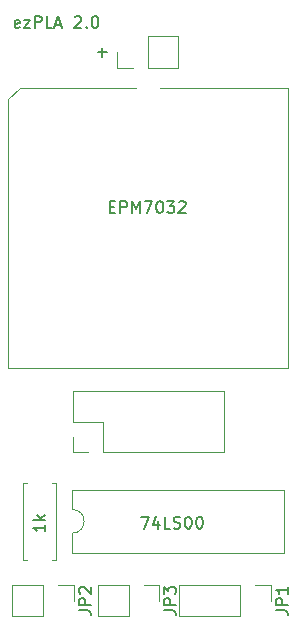
<source format=gto>
G04 #@! TF.GenerationSoftware,KiCad,Pcbnew,(5.1.9)-1*
G04 #@! TF.CreationDate,2023-07-24T12:28:25+01:00*
G04 #@! TF.ProjectId,ezPLAv2.0_TestPCB,657a504c-4176-4322-9e30-5f5465737450,v2.0 TEST PCB*
G04 #@! TF.SameCoordinates,Original*
G04 #@! TF.FileFunction,Legend,Top*
G04 #@! TF.FilePolarity,Positive*
%FSLAX46Y46*%
G04 Gerber Fmt 4.6, Leading zero omitted, Abs format (unit mm)*
G04 Created by KiCad (PCBNEW (5.1.9)-1) date 2023-07-24 12:28:25*
%MOMM*%
%LPD*%
G01*
G04 APERTURE LIST*
%ADD10C,0.150000*%
%ADD11C,0.200000*%
%ADD12C,0.120000*%
%ADD13R,1.600000X1.600000*%
%ADD14O,1.600000X1.600000*%
%ADD15O,1.700000X1.700000*%
%ADD16R,1.700000X1.700000*%
%ADD17C,1.422400*%
%ADD18R,1.422400X1.422400*%
%ADD19C,1.600000*%
G04 APERTURE END LIST*
D10*
X147157142Y-142327380D02*
X147823809Y-142327380D01*
X147395238Y-143327380D01*
X148633333Y-142660714D02*
X148633333Y-143327380D01*
X148395238Y-142279761D02*
X148157142Y-142994047D01*
X148776190Y-142994047D01*
X149633333Y-143327380D02*
X149157142Y-143327380D01*
X149157142Y-142327380D01*
X149919047Y-143279761D02*
X150061904Y-143327380D01*
X150300000Y-143327380D01*
X150395238Y-143279761D01*
X150442857Y-143232142D01*
X150490476Y-143136904D01*
X150490476Y-143041666D01*
X150442857Y-142946428D01*
X150395238Y-142898809D01*
X150300000Y-142851190D01*
X150109523Y-142803571D01*
X150014285Y-142755952D01*
X149966666Y-142708333D01*
X149919047Y-142613095D01*
X149919047Y-142517857D01*
X149966666Y-142422619D01*
X150014285Y-142375000D01*
X150109523Y-142327380D01*
X150347619Y-142327380D01*
X150490476Y-142375000D01*
X151109523Y-142327380D02*
X151204761Y-142327380D01*
X151300000Y-142375000D01*
X151347619Y-142422619D01*
X151395238Y-142517857D01*
X151442857Y-142708333D01*
X151442857Y-142946428D01*
X151395238Y-143136904D01*
X151347619Y-143232142D01*
X151300000Y-143279761D01*
X151204761Y-143327380D01*
X151109523Y-143327380D01*
X151014285Y-143279761D01*
X150966666Y-143232142D01*
X150919047Y-143136904D01*
X150871428Y-142946428D01*
X150871428Y-142708333D01*
X150919047Y-142517857D01*
X150966666Y-142422619D01*
X151014285Y-142375000D01*
X151109523Y-142327380D01*
X152061904Y-142327380D02*
X152157142Y-142327380D01*
X152252380Y-142375000D01*
X152300000Y-142422619D01*
X152347619Y-142517857D01*
X152395238Y-142708333D01*
X152395238Y-142946428D01*
X152347619Y-143136904D01*
X152300000Y-143232142D01*
X152252380Y-143279761D01*
X152157142Y-143327380D01*
X152061904Y-143327380D01*
X151966666Y-143279761D01*
X151919047Y-143232142D01*
X151871428Y-143136904D01*
X151823809Y-142946428D01*
X151823809Y-142708333D01*
X151871428Y-142517857D01*
X151919047Y-142422619D01*
X151966666Y-142375000D01*
X152061904Y-142327380D01*
D11*
X139052380Y-142994047D02*
X139052380Y-143565476D01*
X139052380Y-143279761D02*
X138052380Y-143279761D01*
X138195238Y-143375000D01*
X138290476Y-143470238D01*
X138338095Y-143565476D01*
X139052380Y-142565476D02*
X138052380Y-142565476D01*
X138671428Y-142470238D02*
X139052380Y-142184523D01*
X138385714Y-142184523D02*
X138766666Y-142565476D01*
D10*
X144509523Y-116078571D02*
X144842857Y-116078571D01*
X144985714Y-116602380D02*
X144509523Y-116602380D01*
X144509523Y-115602380D01*
X144985714Y-115602380D01*
X145414285Y-116602380D02*
X145414285Y-115602380D01*
X145795238Y-115602380D01*
X145890476Y-115650000D01*
X145938095Y-115697619D01*
X145985714Y-115792857D01*
X145985714Y-115935714D01*
X145938095Y-116030952D01*
X145890476Y-116078571D01*
X145795238Y-116126190D01*
X145414285Y-116126190D01*
X146414285Y-116602380D02*
X146414285Y-115602380D01*
X146747619Y-116316666D01*
X147080952Y-115602380D01*
X147080952Y-116602380D01*
X147461904Y-115602380D02*
X148128571Y-115602380D01*
X147700000Y-116602380D01*
X148700000Y-115602380D02*
X148795238Y-115602380D01*
X148890476Y-115650000D01*
X148938095Y-115697619D01*
X148985714Y-115792857D01*
X149033333Y-115983333D01*
X149033333Y-116221428D01*
X148985714Y-116411904D01*
X148938095Y-116507142D01*
X148890476Y-116554761D01*
X148795238Y-116602380D01*
X148700000Y-116602380D01*
X148604761Y-116554761D01*
X148557142Y-116507142D01*
X148509523Y-116411904D01*
X148461904Y-116221428D01*
X148461904Y-115983333D01*
X148509523Y-115792857D01*
X148557142Y-115697619D01*
X148604761Y-115650000D01*
X148700000Y-115602380D01*
X149366666Y-115602380D02*
X149985714Y-115602380D01*
X149652380Y-115983333D01*
X149795238Y-115983333D01*
X149890476Y-116030952D01*
X149938095Y-116078571D01*
X149985714Y-116173809D01*
X149985714Y-116411904D01*
X149938095Y-116507142D01*
X149890476Y-116554761D01*
X149795238Y-116602380D01*
X149509523Y-116602380D01*
X149414285Y-116554761D01*
X149366666Y-116507142D01*
X150366666Y-115697619D02*
X150414285Y-115650000D01*
X150509523Y-115602380D01*
X150747619Y-115602380D01*
X150842857Y-115650000D01*
X150890476Y-115697619D01*
X150938095Y-115792857D01*
X150938095Y-115888095D01*
X150890476Y-116030952D01*
X150319047Y-116602380D01*
X150938095Y-116602380D01*
X136880952Y-100904761D02*
X136785714Y-100952380D01*
X136595238Y-100952380D01*
X136500000Y-100904761D01*
X136452380Y-100809523D01*
X136452380Y-100428571D01*
X136500000Y-100333333D01*
X136595238Y-100285714D01*
X136785714Y-100285714D01*
X136880952Y-100333333D01*
X136928571Y-100428571D01*
X136928571Y-100523809D01*
X136452380Y-100619047D01*
X137261904Y-100285714D02*
X137785714Y-100285714D01*
X137261904Y-100952380D01*
X137785714Y-100952380D01*
X138166666Y-100952380D02*
X138166666Y-99952380D01*
X138547619Y-99952380D01*
X138642857Y-100000000D01*
X138690476Y-100047619D01*
X138738095Y-100142857D01*
X138738095Y-100285714D01*
X138690476Y-100380952D01*
X138642857Y-100428571D01*
X138547619Y-100476190D01*
X138166666Y-100476190D01*
X139642857Y-100952380D02*
X139166666Y-100952380D01*
X139166666Y-99952380D01*
X139928571Y-100666666D02*
X140404761Y-100666666D01*
X139833333Y-100952380D02*
X140166666Y-99952380D01*
X140500000Y-100952380D01*
X141547619Y-100047619D02*
X141595238Y-100000000D01*
X141690476Y-99952380D01*
X141928571Y-99952380D01*
X142023809Y-100000000D01*
X142071428Y-100047619D01*
X142119047Y-100142857D01*
X142119047Y-100238095D01*
X142071428Y-100380952D01*
X141500000Y-100952380D01*
X142119047Y-100952380D01*
X142547619Y-100857142D02*
X142595238Y-100904761D01*
X142547619Y-100952380D01*
X142500000Y-100904761D01*
X142547619Y-100857142D01*
X142547619Y-100952380D01*
X143214285Y-99952380D02*
X143309523Y-99952380D01*
X143404761Y-100000000D01*
X143452380Y-100047619D01*
X143500000Y-100142857D01*
X143547619Y-100333333D01*
X143547619Y-100571428D01*
X143500000Y-100761904D01*
X143452380Y-100857142D01*
X143404761Y-100904761D01*
X143309523Y-100952380D01*
X143214285Y-100952380D01*
X143119047Y-100904761D01*
X143071428Y-100857142D01*
X143023809Y-100761904D01*
X142976190Y-100571428D01*
X142976190Y-100333333D01*
X143023809Y-100142857D01*
X143071428Y-100047619D01*
X143119047Y-100000000D01*
X143214285Y-99952380D01*
X143519047Y-102996428D02*
X144280952Y-102996428D01*
X143900000Y-103377380D02*
X143900000Y-102615476D01*
D12*
X145130000Y-104330000D02*
X145130000Y-103000000D01*
X146460000Y-104330000D02*
X145130000Y-104330000D01*
X147730000Y-104330000D02*
X147730000Y-101670000D01*
X147730000Y-101670000D02*
X150330000Y-101670000D01*
X147730000Y-104330000D02*
X150330000Y-104330000D01*
X150330000Y-104330000D02*
X150330000Y-101670000D01*
X159580000Y-106000000D02*
X148730000Y-106000000D01*
X159580000Y-129700000D02*
X159580000Y-106000000D01*
X135880000Y-129700000D02*
X159580000Y-129700000D01*
X135880000Y-107000000D02*
X135880000Y-129700000D01*
X136880000Y-106000000D02*
X135880000Y-107000000D01*
X146730000Y-106000000D02*
X136880000Y-106000000D01*
X141380000Y-136870000D02*
X141380000Y-135540000D01*
X142710000Y-136870000D02*
X141380000Y-136870000D01*
X141380000Y-134270000D02*
X141380000Y-131670000D01*
X143980000Y-134270000D02*
X141380000Y-134270000D01*
X143980000Y-136870000D02*
X143980000Y-134270000D01*
X141380000Y-131670000D02*
X154200000Y-131670000D01*
X143980000Y-136870000D02*
X154200000Y-136870000D01*
X154200000Y-136870000D02*
X154200000Y-131670000D01*
X139945000Y-139495000D02*
X139615000Y-139495000D01*
X139945000Y-146035000D02*
X139945000Y-139495000D01*
X139615000Y-146035000D02*
X139945000Y-146035000D01*
X137205000Y-139495000D02*
X137535000Y-139495000D01*
X137205000Y-146035000D02*
X137205000Y-139495000D01*
X137535000Y-146035000D02*
X137205000Y-146035000D01*
X141345000Y-140065000D02*
X141345000Y-141715000D01*
X159245000Y-140065000D02*
X141345000Y-140065000D01*
X159245000Y-145365000D02*
X159245000Y-140065000D01*
X141345000Y-145365000D02*
X159245000Y-145365000D01*
X141345000Y-143715000D02*
X141345000Y-145365000D01*
X141345000Y-141715000D02*
G75*
G02*
X141345000Y-143715000I0J-1000000D01*
G01*
X158130000Y-148095000D02*
X158130000Y-149425000D01*
X156800000Y-148095000D02*
X158130000Y-148095000D01*
X155530000Y-148095000D02*
X155530000Y-150755000D01*
X155530000Y-150755000D02*
X150390000Y-150755000D01*
X155530000Y-148095000D02*
X150390000Y-148095000D01*
X150390000Y-148095000D02*
X150390000Y-150755000D01*
X141455000Y-148095000D02*
X141455000Y-149425000D01*
X140125000Y-148095000D02*
X141455000Y-148095000D01*
X138855000Y-148095000D02*
X138855000Y-150755000D01*
X138855000Y-150755000D02*
X136255000Y-150755000D01*
X138855000Y-148095000D02*
X136255000Y-148095000D01*
X136255000Y-148095000D02*
X136255000Y-150755000D01*
X143505000Y-148095000D02*
X143505000Y-150755000D01*
X146105000Y-148095000D02*
X143505000Y-148095000D01*
X146105000Y-150755000D02*
X143505000Y-150755000D01*
X146105000Y-148095000D02*
X146105000Y-150755000D01*
X147375000Y-148095000D02*
X148705000Y-148095000D01*
X148705000Y-148095000D02*
X148705000Y-149425000D01*
D10*
X158582380Y-150258333D02*
X159296666Y-150258333D01*
X159439523Y-150305952D01*
X159534761Y-150401190D01*
X159582380Y-150544047D01*
X159582380Y-150639285D01*
X159582380Y-149782142D02*
X158582380Y-149782142D01*
X158582380Y-149401190D01*
X158630000Y-149305952D01*
X158677619Y-149258333D01*
X158772857Y-149210714D01*
X158915714Y-149210714D01*
X159010952Y-149258333D01*
X159058571Y-149305952D01*
X159106190Y-149401190D01*
X159106190Y-149782142D01*
X159582380Y-148258333D02*
X159582380Y-148829761D01*
X159582380Y-148544047D02*
X158582380Y-148544047D01*
X158725238Y-148639285D01*
X158820476Y-148734523D01*
X158868095Y-148829761D01*
X141907380Y-150258333D02*
X142621666Y-150258333D01*
X142764523Y-150305952D01*
X142859761Y-150401190D01*
X142907380Y-150544047D01*
X142907380Y-150639285D01*
X142907380Y-149782142D02*
X141907380Y-149782142D01*
X141907380Y-149401190D01*
X141955000Y-149305952D01*
X142002619Y-149258333D01*
X142097857Y-149210714D01*
X142240714Y-149210714D01*
X142335952Y-149258333D01*
X142383571Y-149305952D01*
X142431190Y-149401190D01*
X142431190Y-149782142D01*
X142002619Y-148829761D02*
X141955000Y-148782142D01*
X141907380Y-148686904D01*
X141907380Y-148448809D01*
X141955000Y-148353571D01*
X142002619Y-148305952D01*
X142097857Y-148258333D01*
X142193095Y-148258333D01*
X142335952Y-148305952D01*
X142907380Y-148877380D01*
X142907380Y-148258333D01*
X149102380Y-150258333D02*
X149816666Y-150258333D01*
X149959523Y-150305952D01*
X150054761Y-150401190D01*
X150102380Y-150544047D01*
X150102380Y-150639285D01*
X150102380Y-149782142D02*
X149102380Y-149782142D01*
X149102380Y-149401190D01*
X149150000Y-149305952D01*
X149197619Y-149258333D01*
X149292857Y-149210714D01*
X149435714Y-149210714D01*
X149530952Y-149258333D01*
X149578571Y-149305952D01*
X149626190Y-149401190D01*
X149626190Y-149782142D01*
X149102380Y-148877380D02*
X149102380Y-148258333D01*
X149483333Y-148591666D01*
X149483333Y-148448809D01*
X149530952Y-148353571D01*
X149578571Y-148305952D01*
X149673809Y-148258333D01*
X149911904Y-148258333D01*
X150007142Y-148305952D01*
X150054761Y-148353571D01*
X150102380Y-148448809D01*
X150102380Y-148734523D01*
X150054761Y-148829761D01*
X150007142Y-148877380D01*
%LPC*%
D13*
X140227600Y-102617000D03*
D14*
X155467600Y-135637000D03*
X140227600Y-105157000D03*
X155467600Y-133097000D03*
X140227600Y-107697000D03*
X155467600Y-130557000D03*
X140227600Y-110237000D03*
X155467600Y-128017000D03*
X140227600Y-112777000D03*
X155467600Y-125477000D03*
X140227600Y-115317000D03*
X155467600Y-122937000D03*
X140227600Y-117857000D03*
X155467600Y-120397000D03*
X140227600Y-120397000D03*
X155467600Y-117857000D03*
X140227600Y-122937000D03*
X155467600Y-115317000D03*
X140227600Y-125477000D03*
X155467600Y-112777000D03*
X140227600Y-128017000D03*
X155467600Y-110237000D03*
X140227600Y-130557000D03*
X155467600Y-107697000D03*
X140227600Y-133097000D03*
X155467600Y-105157000D03*
X140227600Y-135637000D03*
X155467600Y-102617000D03*
D15*
X149000000Y-103000000D03*
D16*
X146460000Y-103000000D03*
D17*
X156620000Y-111500000D03*
X156620000Y-114040000D03*
X156620000Y-116580000D03*
X156620000Y-119120000D03*
X156620000Y-121660000D03*
X154080000Y-108960000D03*
X154080000Y-114040000D03*
X154080000Y-116580000D03*
X154080000Y-119120000D03*
X154080000Y-121660000D03*
X154080000Y-124200000D03*
X154080000Y-126740000D03*
X151540000Y-126740000D03*
X149000000Y-126740000D03*
X146460000Y-126740000D03*
X143920000Y-126740000D03*
X141380000Y-126740000D03*
X156620000Y-124200000D03*
X151540000Y-124200000D03*
X149000000Y-124200000D03*
X146460000Y-124200000D03*
X143920000Y-124200000D03*
X141380000Y-124200000D03*
X138840000Y-124200000D03*
X138840000Y-121660000D03*
X138840000Y-119120000D03*
X138840000Y-116580000D03*
X138840000Y-114040000D03*
X138840000Y-111500000D03*
X141380000Y-121660000D03*
X141380000Y-119120000D03*
X141380000Y-116580000D03*
X141380000Y-114040000D03*
X141380000Y-111500000D03*
X151540000Y-108960000D03*
X149000000Y-108960000D03*
X141380000Y-108960000D03*
X143920000Y-108960000D03*
X146460000Y-108960000D03*
X154080000Y-111500000D03*
X151540000Y-111500000D03*
X143920000Y-111500000D03*
X146460000Y-111500000D03*
D18*
X149000000Y-111500000D03*
D16*
X142710000Y-135540000D03*
D15*
X142710000Y-133000000D03*
X145250000Y-135540000D03*
X145250000Y-133000000D03*
X147790000Y-135540000D03*
X147790000Y-133000000D03*
X150330000Y-135540000D03*
X150330000Y-133000000D03*
X152870000Y-135540000D03*
X152870000Y-133000000D03*
D19*
X138575000Y-146575000D03*
D14*
X138575000Y-138955000D03*
D13*
X142675000Y-146525000D03*
D14*
X157915000Y-138905000D03*
X145215000Y-146525000D03*
X155375000Y-138905000D03*
X147755000Y-146525000D03*
X152835000Y-138905000D03*
X150295000Y-146525000D03*
X150295000Y-138905000D03*
X152835000Y-146525000D03*
X147755000Y-138905000D03*
X155375000Y-146525000D03*
X145215000Y-138905000D03*
X157915000Y-146525000D03*
X142675000Y-138905000D03*
D16*
X156800000Y-149425000D03*
D15*
X154260000Y-149425000D03*
X151720000Y-149425000D03*
D16*
X140125000Y-149425000D03*
D15*
X137585000Y-149425000D03*
X144835000Y-149425000D03*
D16*
X147375000Y-149425000D03*
M02*

</source>
